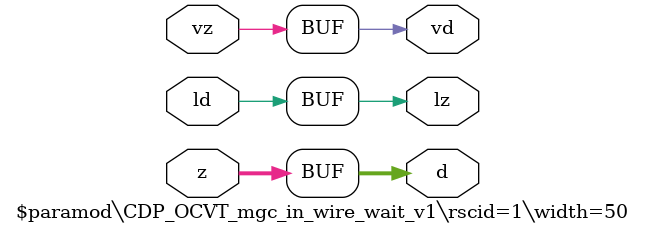
<source format=v>
module \$paramod\CDP_OCVT_mgc_in_wire_wait_v1\rscid=1\width=50 (ld, vd, d, lz, vz, z);
  (* src = "./vmod/vlibs/HLS_cdp_ocvt.v:14" *)
  output [49:0] d;
  (* src = "./vmod/vlibs/HLS_cdp_ocvt.v:12" *)
  input ld;
  (* src = "./vmod/vlibs/HLS_cdp_ocvt.v:15" *)
  output lz;
  (* src = "./vmod/vlibs/HLS_cdp_ocvt.v:13" *)
  output vd;
  (* src = "./vmod/vlibs/HLS_cdp_ocvt.v:16" *)
  input vz;
  (* src = "./vmod/vlibs/HLS_cdp_ocvt.v:17" *)
  input [49:0] z;
  assign d = z;
  assign lz = ld;
  assign vd = vz;
endmodule

</source>
